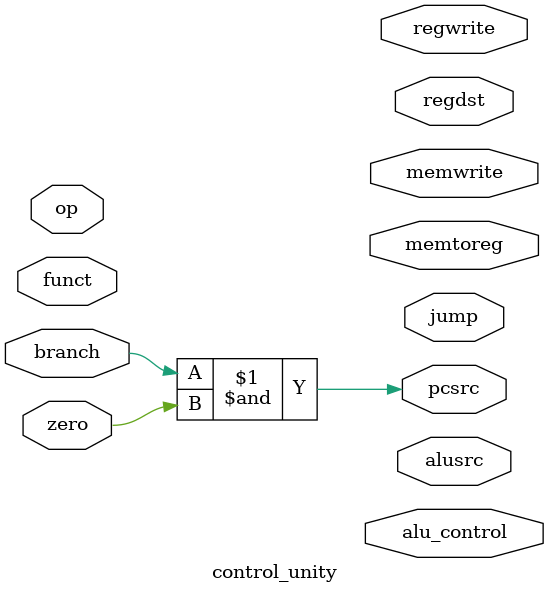
<source format=v>
module control_unity (
    
    input [5:0] op,
    input [5:0] funct,
    input zero,
    input branch,

    output memtoreg,
    output memwrite,
    output pcsrc,
    output alusrc,
    output regdst,
    output regwrite,
    output jump,
    output [2:0] alu_control

);

    assign pcsrc = branch & zero;
    
endmodule
</source>
